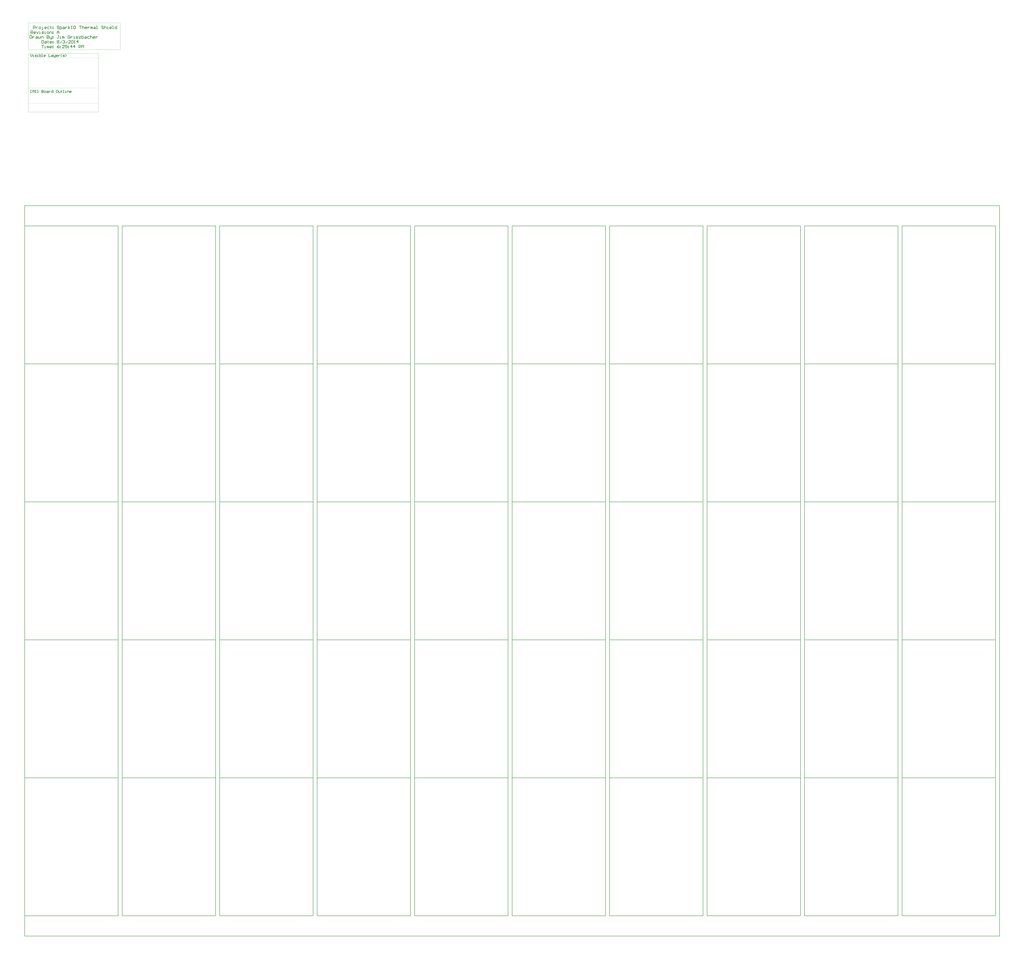
<source format=gm1>
%FSLAX25Y25*%
%MOIN*%
G70*
G01*
G75*
G04 Layer_Color=16711935*
%ADD10C,0.01200*%
G04:AMPARAMS|DCode=11|XSize=37.4mil|YSize=25.59mil|CornerRadius=6.4mil|HoleSize=0mil|Usage=FLASHONLY|Rotation=270.000|XOffset=0mil|YOffset=0mil|HoleType=Round|Shape=RoundedRectangle|*
%AMROUNDEDRECTD11*
21,1,0.03740,0.01280,0,0,270.0*
21,1,0.02461,0.02559,0,0,270.0*
1,1,0.01280,-0.00640,-0.01230*
1,1,0.01280,-0.00640,0.01230*
1,1,0.01280,0.00640,0.01230*
1,1,0.01280,0.00640,-0.01230*
%
%ADD11ROUNDEDRECTD11*%
%ADD12R,0.02559X0.03740*%
%ADD13O,0.02362X0.07480*%
%ADD14R,0.03900X0.04300*%
%ADD15C,0.04000*%
%ADD16R,0.04300X0.03900*%
%ADD17C,0.01500*%
%ADD18C,0.01000*%
%ADD19C,0.02000*%
%ADD20C,0.00394*%
%ADD21R,0.07087X0.07087*%
%ADD22C,0.07087*%
%ADD23C,0.09449*%
%ADD24R,0.07500X0.07500*%
%ADD25C,0.07500*%
%ADD26C,0.08661*%
%ADD27C,0.31496*%
%ADD28C,0.02500*%
%ADD29C,0.00787*%
%ADD30C,0.01575*%
%ADD31C,0.00984*%
%ADD32C,0.00700*%
%ADD33C,0.00800*%
G04:AMPARAMS|DCode=34|XSize=45.4mil|YSize=33.59mil|CornerRadius=10.4mil|HoleSize=0mil|Usage=FLASHONLY|Rotation=270.000|XOffset=0mil|YOffset=0mil|HoleType=Round|Shape=RoundedRectangle|*
%AMROUNDEDRECTD34*
21,1,0.04540,0.01280,0,0,270.0*
21,1,0.02461,0.03359,0,0,270.0*
1,1,0.02080,-0.00640,-0.01230*
1,1,0.02080,-0.00640,0.01230*
1,1,0.02080,0.00640,0.01230*
1,1,0.02080,0.00640,-0.01230*
%
%ADD34ROUNDEDRECTD34*%
%ADD35R,0.03359X0.04540*%
%ADD36O,0.03162X0.08280*%
%ADD37R,0.04700X0.05100*%
%ADD38C,0.08000*%
%ADD39R,0.05100X0.04700*%
%ADD40R,0.07887X0.07887*%
%ADD41C,0.07887*%
%ADD42C,0.10249*%
%ADD43R,0.08300X0.08300*%
%ADD44C,0.08300*%
%ADD45C,0.09461*%
%ADD46C,0.32296*%
%ADD47C,0.03300*%
D10*
X17199Y2078300D02*
X15200D01*
Y2084298D01*
X17199D01*
X20198Y2078300D02*
Y2084298D01*
X22198Y2082299D01*
X24197Y2084298D01*
Y2078300D01*
X26196D02*
X28196D01*
X27196D01*
Y2084298D01*
X26196Y2083298D01*
X31195Y2078300D02*
X33194D01*
Y2084298D01*
X31195D01*
X42191D02*
Y2078300D01*
X45190D01*
X46190Y2079300D01*
Y2080299D01*
X45190Y2081299D01*
X42191D01*
X45190D01*
X46190Y2082299D01*
Y2083298D01*
X45190Y2084298D01*
X42191D01*
X49189Y2078300D02*
X51188D01*
X52188Y2079300D01*
Y2081299D01*
X51188Y2082299D01*
X49189D01*
X48189Y2081299D01*
Y2079300D01*
X49189Y2078300D01*
X55187Y2082299D02*
X57186D01*
X58186Y2081299D01*
Y2078300D01*
X55187D01*
X54187Y2079300D01*
X55187Y2080299D01*
X58186D01*
X60185Y2082299D02*
Y2078300D01*
Y2080299D01*
X61185Y2081299D01*
X62185Y2082299D01*
X63184D01*
X70182Y2084298D02*
Y2078300D01*
X67183D01*
X66184Y2079300D01*
Y2081299D01*
X67183Y2082299D01*
X70182D01*
X81179Y2084298D02*
X79179D01*
X78180Y2083298D01*
Y2079300D01*
X79179Y2078300D01*
X81179D01*
X82178Y2079300D01*
Y2083298D01*
X81179Y2084298D01*
X84178Y2082299D02*
Y2079300D01*
X85177Y2078300D01*
X88176D01*
Y2082299D01*
X91175Y2083298D02*
Y2082299D01*
X90176D01*
X92175D01*
X91175D01*
Y2079300D01*
X92175Y2078300D01*
X95174D02*
X97174D01*
X96174D01*
Y2084298D01*
X95174D01*
X100172Y2078300D02*
X102172D01*
X101172D01*
Y2082299D01*
X100172D01*
X105171Y2078300D02*
Y2082299D01*
X108170D01*
X109170Y2081299D01*
Y2078300D01*
X114168D02*
X112169D01*
X111169Y2079300D01*
Y2081299D01*
X112169Y2082299D01*
X114168D01*
X115168Y2081299D01*
Y2080299D01*
X111169D01*
X14600Y2172878D02*
Y2168879D01*
X16599Y2166879D01*
X18599Y2168879D01*
Y2172878D01*
X20598Y2166879D02*
X22597D01*
X21598D01*
Y2170878D01*
X20598D01*
X25596Y2166879D02*
X28596D01*
X29595Y2167879D01*
X28596Y2168879D01*
X26596D01*
X25596Y2169879D01*
X26596Y2170878D01*
X29595D01*
X31594Y2166879D02*
X33594D01*
X32594D01*
Y2170878D01*
X31594D01*
X36593Y2172878D02*
Y2166879D01*
X39592D01*
X40592Y2167879D01*
Y2168879D01*
Y2169879D01*
X39592Y2170878D01*
X36593D01*
X42591Y2166879D02*
X44590D01*
X43591D01*
Y2172878D01*
X42591D01*
X50588Y2166879D02*
X48589D01*
X47589Y2167879D01*
Y2169879D01*
X48589Y2170878D01*
X50588D01*
X51588Y2169879D01*
Y2168879D01*
X47589D01*
X59585Y2172878D02*
Y2166879D01*
X63584D01*
X66583Y2170878D02*
X68582D01*
X69582Y2169879D01*
Y2166879D01*
X66583D01*
X65583Y2167879D01*
X66583Y2168879D01*
X69582D01*
X71582Y2170878D02*
Y2167879D01*
X72581Y2166879D01*
X75580D01*
Y2165880D01*
X74581Y2164880D01*
X73581D01*
X75580Y2166879D02*
Y2170878D01*
X80579Y2166879D02*
X78579D01*
X77580Y2167879D01*
Y2169879D01*
X78579Y2170878D01*
X80579D01*
X81578Y2169879D01*
Y2168879D01*
X77580D01*
X83578Y2170878D02*
Y2166879D01*
Y2168879D01*
X84577Y2169879D01*
X85577Y2170878D01*
X86577D01*
X91575Y2166879D02*
X89576Y2168879D01*
Y2170878D01*
X91575Y2172878D01*
X94574Y2166879D02*
X97573D01*
X98573Y2167879D01*
X97573Y2168879D01*
X95574D01*
X94574Y2169879D01*
X95574Y2170878D01*
X98573D01*
X100572Y2166879D02*
X102571Y2168879D01*
Y2170878D01*
X100572Y2172878D01*
X21364Y2235431D02*
Y2242428D01*
X24863D01*
X26029Y2241262D01*
Y2238930D01*
X24863Y2237763D01*
X21364D01*
X28362Y2240096D02*
Y2235431D01*
Y2237763D01*
X29528Y2238930D01*
X30694Y2240096D01*
X31861D01*
X36526Y2235431D02*
X38858D01*
X40025Y2236597D01*
Y2238930D01*
X38858Y2240096D01*
X36526D01*
X35359Y2238930D01*
Y2236597D01*
X36526Y2235431D01*
X42357Y2233098D02*
X43523D01*
X44690Y2234264D01*
Y2240096D01*
X52854Y2235431D02*
X50521D01*
X49355Y2236597D01*
Y2238930D01*
X50521Y2240096D01*
X52854D01*
X54020Y2238930D01*
Y2237763D01*
X49355D01*
X61018Y2240096D02*
X57519D01*
X56353Y2238930D01*
Y2236597D01*
X57519Y2235431D01*
X61018D01*
X64517Y2241262D02*
Y2240096D01*
X63350D01*
X65683D01*
X64517D01*
Y2236597D01*
X65683Y2235431D01*
X69182Y2240096D02*
X70348D01*
Y2238930D01*
X69182D01*
Y2240096D01*
Y2236597D02*
X70348D01*
Y2235431D01*
X69182D01*
Y2236597D01*
X15532Y2223620D02*
Y2230617D01*
X19031D01*
X20198Y2229451D01*
Y2227118D01*
X19031Y2225952D01*
X15532D01*
X17865D02*
X20198Y2223620D01*
X26029D02*
X23697D01*
X22530Y2224786D01*
Y2227118D01*
X23697Y2228285D01*
X26029D01*
X27195Y2227118D01*
Y2225952D01*
X22530D01*
X29528Y2228285D02*
X31861Y2223620D01*
X34193Y2228285D01*
X36526Y2223620D02*
X38858D01*
X37692D01*
Y2228285D01*
X36526D01*
X42357Y2223620D02*
X45856D01*
X47022Y2224786D01*
X45856Y2225952D01*
X43523D01*
X42357Y2227118D01*
X43523Y2228285D01*
X47022D01*
X49355Y2223620D02*
X51688D01*
X50521D01*
Y2228285D01*
X49355D01*
X56353Y2223620D02*
X58685D01*
X59851Y2224786D01*
Y2227118D01*
X58685Y2228285D01*
X56353D01*
X55186Y2227118D01*
Y2224786D01*
X56353Y2223620D01*
X62184D02*
Y2228285D01*
X65683D01*
X66849Y2227118D01*
Y2223620D01*
X69182Y2228285D02*
X70348D01*
Y2227118D01*
X69182D01*
Y2228285D01*
Y2224786D02*
X70348D01*
Y2223620D01*
X69182D01*
Y2224786D01*
X13200Y2218806D02*
Y2211809D01*
X16699D01*
X17865Y2212975D01*
Y2217640D01*
X16699Y2218806D01*
X13200D01*
X20198Y2216474D02*
Y2211809D01*
Y2214141D01*
X21364Y2215307D01*
X22530Y2216474D01*
X23697D01*
X28362D02*
X30694D01*
X31861Y2215307D01*
Y2211809D01*
X28362D01*
X27195Y2212975D01*
X28362Y2214141D01*
X31861D01*
X34193Y2216474D02*
Y2212975D01*
X35359Y2211809D01*
X36526Y2212975D01*
X37692Y2211809D01*
X38858Y2212975D01*
Y2216474D01*
X41191Y2211809D02*
Y2216474D01*
X44690D01*
X45856Y2215307D01*
Y2211809D01*
X55186Y2218806D02*
Y2211809D01*
X58685D01*
X59851Y2212975D01*
Y2214141D01*
X58685Y2215307D01*
X55186D01*
X58685D01*
X59851Y2216474D01*
Y2217640D01*
X58685Y2218806D01*
X55186D01*
X62184Y2216474D02*
Y2212975D01*
X63350Y2211809D01*
X66849D01*
Y2210642D01*
X65683Y2209476D01*
X64517D01*
X66849Y2211809D02*
Y2216474D01*
X69182D02*
X70348D01*
Y2215307D01*
X69182D01*
Y2216474D01*
Y2212975D02*
X70348D01*
Y2211809D01*
X69182D01*
Y2212975D01*
X42357Y2206995D02*
Y2199998D01*
X45856D01*
X47022Y2201164D01*
Y2205829D01*
X45856Y2206995D01*
X42357D01*
X50521Y2204663D02*
X52854D01*
X54020Y2203497D01*
Y2199998D01*
X50521D01*
X49355Y2201164D01*
X50521Y2202330D01*
X54020D01*
X57519Y2205829D02*
Y2204663D01*
X56353D01*
X58685D01*
X57519D01*
Y2201164D01*
X58685Y2199998D01*
X65683D02*
X63350D01*
X62184Y2201164D01*
Y2203497D01*
X63350Y2204663D01*
X65683D01*
X66849Y2203497D01*
Y2202330D01*
X62184D01*
X69182Y2204663D02*
X70348D01*
Y2203497D01*
X69182D01*
Y2204663D01*
Y2201164D02*
X70348D01*
Y2199998D01*
X69182D01*
Y2201164D01*
X42357Y2195184D02*
X47022D01*
X44690D01*
Y2188187D01*
X49355D02*
X51688D01*
X50521D01*
Y2192852D01*
X49355D01*
X55186Y2188187D02*
Y2192852D01*
X56353D01*
X57519Y2191685D01*
Y2188187D01*
Y2191685D01*
X58685Y2192852D01*
X59851Y2191685D01*
Y2188187D01*
X65683D02*
X63350D01*
X62184Y2189353D01*
Y2191685D01*
X63350Y2192852D01*
X65683D01*
X66849Y2191685D01*
Y2190519D01*
X62184D01*
X69182Y2192852D02*
X70348D01*
Y2191685D01*
X69182D01*
Y2192852D01*
Y2189353D02*
X70348D01*
Y2188187D01*
X69182D01*
Y2189353D01*
X84794Y2241262D02*
X83628Y2242428D01*
X81295D01*
X80129Y2241262D01*
Y2240096D01*
X81295Y2238930D01*
X83628D01*
X84794Y2237763D01*
Y2236597D01*
X83628Y2235431D01*
X81295D01*
X80129Y2236597D01*
X87127Y2233098D02*
Y2240096D01*
X90626D01*
X91792Y2238930D01*
Y2236597D01*
X90626Y2235431D01*
X87127D01*
X95291Y2240096D02*
X97623D01*
X98790Y2238930D01*
Y2235431D01*
X95291D01*
X94125Y2236597D01*
X95291Y2237763D01*
X98790D01*
X101122Y2240096D02*
Y2235431D01*
Y2237763D01*
X102289Y2238930D01*
X103455Y2240096D01*
X104621D01*
X108120Y2235431D02*
Y2242428D01*
Y2237763D02*
X111619Y2240096D01*
X108120Y2237763D02*
X111619Y2235431D01*
X115118Y2242428D02*
X117450D01*
X116284D01*
Y2235431D01*
X115118D01*
X117450D01*
X124448Y2242428D02*
X122116D01*
X120949Y2241262D01*
Y2236597D01*
X122116Y2235431D01*
X124448D01*
X125614Y2236597D01*
Y2241262D01*
X124448Y2242428D01*
X134945D02*
X139610D01*
X137277D01*
Y2235431D01*
X141943Y2242428D02*
Y2235431D01*
Y2238930D01*
X143109Y2240096D01*
X145441D01*
X146608Y2238930D01*
Y2235431D01*
X152439D02*
X150107D01*
X148940Y2236597D01*
Y2238930D01*
X150107Y2240096D01*
X152439D01*
X153605Y2238930D01*
Y2237763D01*
X148940D01*
X155938Y2240096D02*
Y2235431D01*
Y2237763D01*
X157104Y2238930D01*
X158271Y2240096D01*
X159437D01*
X162936Y2235431D02*
Y2240096D01*
X164102D01*
X165268Y2238930D01*
Y2235431D01*
Y2238930D01*
X166435Y2240096D01*
X167601Y2238930D01*
Y2235431D01*
X171100Y2240096D02*
X173432D01*
X174599Y2238930D01*
Y2235431D01*
X171100D01*
X169933Y2236597D01*
X171100Y2237763D01*
X174599D01*
X176931Y2235431D02*
X179264D01*
X178097D01*
Y2242428D01*
X176931D01*
X194425Y2241262D02*
X193259Y2242428D01*
X190927D01*
X189760Y2241262D01*
Y2240096D01*
X190927Y2238930D01*
X193259D01*
X194425Y2237763D01*
Y2236597D01*
X193259Y2235431D01*
X190927D01*
X189760Y2236597D01*
X196758Y2242428D02*
Y2235431D01*
Y2238930D01*
X197924Y2240096D01*
X200257D01*
X201423Y2238930D01*
Y2235431D01*
X203756D02*
X206088D01*
X204922D01*
Y2240096D01*
X203756D01*
X213086Y2235431D02*
X210754D01*
X209587Y2236597D01*
Y2238930D01*
X210754Y2240096D01*
X213086D01*
X214252Y2238930D01*
Y2237763D01*
X209587D01*
X216585Y2235431D02*
X218918D01*
X217751D01*
Y2242428D01*
X216585D01*
X227082D02*
Y2235431D01*
X223583D01*
X222416Y2236597D01*
Y2238930D01*
X223583Y2240096D01*
X227082D01*
X80129Y2223620D02*
Y2228285D01*
X82462Y2230617D01*
X84794Y2228285D01*
Y2223620D01*
Y2227118D01*
X80129D01*
X84794Y2218806D02*
X82462D01*
X83628D01*
Y2212975D01*
X82462Y2211809D01*
X81295D01*
X80129Y2212975D01*
X87127Y2211809D02*
X89459D01*
X88293D01*
Y2216474D01*
X87127D01*
X92958Y2211809D02*
Y2216474D01*
X94125D01*
X95291Y2215307D01*
Y2211809D01*
Y2215307D01*
X96457Y2216474D01*
X97623Y2215307D01*
Y2211809D01*
X111619Y2217640D02*
X110453Y2218806D01*
X108120D01*
X106954Y2217640D01*
Y2212975D01*
X108120Y2211809D01*
X110453D01*
X111619Y2212975D01*
Y2215307D01*
X109286D01*
X113952Y2216474D02*
Y2211809D01*
Y2214141D01*
X115118Y2215307D01*
X116284Y2216474D01*
X117450D01*
X120949Y2211809D02*
X123282D01*
X122116D01*
Y2216474D01*
X120949D01*
X126781Y2211809D02*
X130280D01*
X131446Y2212975D01*
X130280Y2214141D01*
X127947D01*
X126781Y2215307D01*
X127947Y2216474D01*
X131446D01*
X133778D02*
X138444D01*
X133778Y2211809D01*
X138444D01*
X140776Y2218806D02*
Y2211809D01*
X144275D01*
X145441Y2212975D01*
Y2214141D01*
Y2215307D01*
X144275Y2216474D01*
X140776D01*
X148940D02*
X151273D01*
X152439Y2215307D01*
Y2211809D01*
X148940D01*
X147774Y2212975D01*
X148940Y2214141D01*
X152439D01*
X159437Y2216474D02*
X155938D01*
X154772Y2215307D01*
Y2212975D01*
X155938Y2211809D01*
X159437D01*
X161769Y2218806D02*
Y2211809D01*
Y2215307D01*
X162936Y2216474D01*
X165268D01*
X166435Y2215307D01*
Y2211809D01*
X172266D02*
X169933D01*
X168767Y2212975D01*
Y2215307D01*
X169933Y2216474D01*
X172266D01*
X173432Y2215307D01*
Y2214141D01*
X168767D01*
X175765Y2216474D02*
Y2211809D01*
Y2214141D01*
X176931Y2215307D01*
X178097Y2216474D01*
X179264D01*
X84794Y2195184D02*
X82462Y2194018D01*
X80129Y2191685D01*
Y2189353D01*
X81295Y2188187D01*
X83628D01*
X84794Y2189353D01*
Y2190519D01*
X83628Y2191685D01*
X80129D01*
X87127Y2192852D02*
X88293D01*
Y2191685D01*
X87127D01*
Y2192852D01*
Y2189353D02*
X88293D01*
Y2188187D01*
X87127D01*
Y2189353D01*
X97623Y2188187D02*
X92958D01*
X97623Y2192852D01*
Y2194018D01*
X96457Y2195184D01*
X94125D01*
X92958Y2194018D01*
X104621Y2195184D02*
X99956D01*
Y2191685D01*
X102289Y2192852D01*
X103455D01*
X104621Y2191685D01*
Y2189353D01*
X103455Y2188187D01*
X101122D01*
X99956Y2189353D01*
X106954Y2192852D02*
X108120D01*
Y2191685D01*
X106954D01*
Y2192852D01*
Y2189353D02*
X108120D01*
Y2188187D01*
X106954D01*
Y2189353D01*
X116284Y2188187D02*
Y2195184D01*
X112785Y2191685D01*
X117450D01*
X123282Y2188187D02*
Y2195184D01*
X119783Y2191685D01*
X124448D01*
X133778Y2188187D02*
Y2195184D01*
X137277D01*
X138444Y2194018D01*
Y2191685D01*
X137277Y2190519D01*
X133778D01*
X140776Y2188187D02*
Y2195184D01*
X143109Y2192852D01*
X145441Y2195184D01*
Y2188187D01*
X80129Y2205829D02*
X81295Y2206995D01*
X83628D01*
X84794Y2205829D01*
Y2204663D01*
X83628Y2203497D01*
X84794Y2202330D01*
Y2201164D01*
X83628Y2199998D01*
X81295D01*
X80129Y2201164D01*
Y2202330D01*
X81295Y2203497D01*
X80129Y2204663D01*
Y2205829D01*
X81295Y2203497D02*
X83628D01*
X87127Y2199998D02*
X91792Y2204663D01*
X94125Y2205829D02*
X95291Y2206995D01*
X97623D01*
X98790Y2205829D01*
Y2204663D01*
X97623Y2203497D01*
X96457D01*
X97623D01*
X98790Y2202330D01*
Y2201164D01*
X97623Y2199998D01*
X95291D01*
X94125Y2201164D01*
X101122Y2199998D02*
X105788Y2204663D01*
X112785Y2199998D02*
X108120D01*
X112785Y2204663D01*
Y2205829D01*
X111619Y2206995D01*
X109286D01*
X108120Y2205829D01*
X115118D02*
X116284Y2206995D01*
X118617D01*
X119783Y2205829D01*
Y2201164D01*
X118617Y2199998D01*
X116284D01*
X115118Y2201164D01*
Y2205829D01*
X122116Y2199998D02*
X124448D01*
X123282D01*
Y2206995D01*
X122116Y2205829D01*
X131446Y2199998D02*
Y2206995D01*
X127947Y2203497D01*
X132612D01*
X17199Y2078300D02*
X15200D01*
Y2084298D01*
X17199D01*
X20198Y2078300D02*
Y2084298D01*
X22198Y2082299D01*
X24197Y2084298D01*
Y2078300D01*
X26196D02*
X28196D01*
X27196D01*
Y2084298D01*
X26196Y2083298D01*
X31195Y2078300D02*
X33194D01*
Y2084298D01*
X31195D01*
X42191D02*
Y2078300D01*
X45190D01*
X46190Y2079300D01*
Y2080299D01*
X45190Y2081299D01*
X42191D01*
X45190D01*
X46190Y2082299D01*
Y2083298D01*
X45190Y2084298D01*
X42191D01*
X49189Y2078300D02*
X51188D01*
X52188Y2079300D01*
Y2081299D01*
X51188Y2082299D01*
X49189D01*
X48189Y2081299D01*
Y2079300D01*
X49189Y2078300D01*
X55187Y2082299D02*
X57186D01*
X58186Y2081299D01*
Y2078300D01*
X55187D01*
X54187Y2079300D01*
X55187Y2080299D01*
X58186D01*
X60185Y2082299D02*
Y2078300D01*
Y2080299D01*
X61185Y2081299D01*
X62185Y2082299D01*
X63184D01*
X70182Y2084298D02*
Y2078300D01*
X67183D01*
X66184Y2079300D01*
Y2081299D01*
X67183Y2082299D01*
X70182D01*
X81179Y2084298D02*
X79179D01*
X78180Y2083298D01*
Y2079300D01*
X79179Y2078300D01*
X81179D01*
X82178Y2079300D01*
Y2083298D01*
X81179Y2084298D01*
X84178Y2082299D02*
Y2079300D01*
X85177Y2078300D01*
X88176D01*
Y2082299D01*
X91175Y2083298D02*
Y2082299D01*
X90176D01*
X92175D01*
X91175D01*
Y2079300D01*
X92175Y2078300D01*
X95174D02*
X97174D01*
X96174D01*
Y2084298D01*
X95174D01*
X100172Y2078300D02*
X102172D01*
X101172D01*
Y2082299D01*
X100172D01*
X105171Y2078300D02*
Y2082299D01*
X108170D01*
X109170Y2081299D01*
Y2078300D01*
X114168D02*
X112169D01*
X111169Y2079300D01*
Y2081299D01*
X112169Y2082299D01*
X114168D01*
X115168Y2081299D01*
Y2080299D01*
X111169D01*
X14600Y2172878D02*
Y2168879D01*
X16599Y2166879D01*
X18599Y2168879D01*
Y2172878D01*
X20598Y2166879D02*
X22597D01*
X21598D01*
Y2170878D01*
X20598D01*
X25596Y2166879D02*
X28596D01*
X29595Y2167879D01*
X28596Y2168879D01*
X26596D01*
X25596Y2169879D01*
X26596Y2170878D01*
X29595D01*
X31594Y2166879D02*
X33594D01*
X32594D01*
Y2170878D01*
X31594D01*
X36593Y2172878D02*
Y2166879D01*
X39592D01*
X40592Y2167879D01*
Y2168879D01*
Y2169879D01*
X39592Y2170878D01*
X36593D01*
X42591Y2166879D02*
X44590D01*
X43591D01*
Y2172878D01*
X42591D01*
X50588Y2166879D02*
X48589D01*
X47589Y2167879D01*
Y2169879D01*
X48589Y2170878D01*
X50588D01*
X51588Y2169879D01*
Y2168879D01*
X47589D01*
X59585Y2172878D02*
Y2166879D01*
X63584D01*
X66583Y2170878D02*
X68582D01*
X69582Y2169879D01*
Y2166879D01*
X66583D01*
X65583Y2167879D01*
X66583Y2168879D01*
X69582D01*
X71582Y2170878D02*
Y2167879D01*
X72581Y2166879D01*
X75580D01*
Y2165880D01*
X74581Y2164880D01*
X73581D01*
X75580Y2166879D02*
Y2170878D01*
X80579Y2166879D02*
X78579D01*
X77580Y2167879D01*
Y2169879D01*
X78579Y2170878D01*
X80579D01*
X81578Y2169879D01*
Y2168879D01*
X77580D01*
X83578Y2170878D02*
Y2166879D01*
Y2168879D01*
X84577Y2169879D01*
X85577Y2170878D01*
X86577D01*
X91575Y2166879D02*
X89576Y2168879D01*
Y2170878D01*
X91575Y2172878D01*
X94574Y2166879D02*
X97573D01*
X98573Y2167879D01*
X97573Y2168879D01*
X95574D01*
X94574Y2169879D01*
X95574Y2170878D01*
X98573D01*
X100572Y2166879D02*
X102571Y2168879D01*
Y2170878D01*
X100572Y2172878D01*
X21364Y2235431D02*
Y2242428D01*
X24863D01*
X26029Y2241262D01*
Y2238930D01*
X24863Y2237763D01*
X21364D01*
X28362Y2240096D02*
Y2235431D01*
Y2237763D01*
X29528Y2238930D01*
X30694Y2240096D01*
X31861D01*
X36526Y2235431D02*
X38858D01*
X40025Y2236597D01*
Y2238930D01*
X38858Y2240096D01*
X36526D01*
X35359Y2238930D01*
Y2236597D01*
X36526Y2235431D01*
X42357Y2233098D02*
X43523D01*
X44690Y2234264D01*
Y2240096D01*
X52854Y2235431D02*
X50521D01*
X49355Y2236597D01*
Y2238930D01*
X50521Y2240096D01*
X52854D01*
X54020Y2238930D01*
Y2237763D01*
X49355D01*
X61018Y2240096D02*
X57519D01*
X56353Y2238930D01*
Y2236597D01*
X57519Y2235431D01*
X61018D01*
X64517Y2241262D02*
Y2240096D01*
X63350D01*
X65683D01*
X64517D01*
Y2236597D01*
X65683Y2235431D01*
X69182Y2240096D02*
X70348D01*
Y2238930D01*
X69182D01*
Y2240096D01*
Y2236597D02*
X70348D01*
Y2235431D01*
X69182D01*
Y2236597D01*
X15532Y2223620D02*
Y2230617D01*
X19031D01*
X20198Y2229451D01*
Y2227118D01*
X19031Y2225952D01*
X15532D01*
X17865D02*
X20198Y2223620D01*
X26029D02*
X23697D01*
X22530Y2224786D01*
Y2227118D01*
X23697Y2228285D01*
X26029D01*
X27195Y2227118D01*
Y2225952D01*
X22530D01*
X29528Y2228285D02*
X31861Y2223620D01*
X34193Y2228285D01*
X36526Y2223620D02*
X38858D01*
X37692D01*
Y2228285D01*
X36526D01*
X42357Y2223620D02*
X45856D01*
X47022Y2224786D01*
X45856Y2225952D01*
X43523D01*
X42357Y2227118D01*
X43523Y2228285D01*
X47022D01*
X49355Y2223620D02*
X51688D01*
X50521D01*
Y2228285D01*
X49355D01*
X56353Y2223620D02*
X58685D01*
X59851Y2224786D01*
Y2227118D01*
X58685Y2228285D01*
X56353D01*
X55186Y2227118D01*
Y2224786D01*
X56353Y2223620D01*
X62184D02*
Y2228285D01*
X65683D01*
X66849Y2227118D01*
Y2223620D01*
X69182Y2228285D02*
X70348D01*
Y2227118D01*
X69182D01*
Y2228285D01*
Y2224786D02*
X70348D01*
Y2223620D01*
X69182D01*
Y2224786D01*
X13200Y2218806D02*
Y2211809D01*
X16699D01*
X17865Y2212975D01*
Y2217640D01*
X16699Y2218806D01*
X13200D01*
X20198Y2216474D02*
Y2211809D01*
Y2214141D01*
X21364Y2215307D01*
X22530Y2216474D01*
X23697D01*
X28362D02*
X30694D01*
X31861Y2215307D01*
Y2211809D01*
X28362D01*
X27195Y2212975D01*
X28362Y2214141D01*
X31861D01*
X34193Y2216474D02*
Y2212975D01*
X35359Y2211809D01*
X36526Y2212975D01*
X37692Y2211809D01*
X38858Y2212975D01*
Y2216474D01*
X41191Y2211809D02*
Y2216474D01*
X44690D01*
X45856Y2215307D01*
Y2211809D01*
X55186Y2218806D02*
Y2211809D01*
X58685D01*
X59851Y2212975D01*
Y2214141D01*
X58685Y2215307D01*
X55186D01*
X58685D01*
X59851Y2216474D01*
Y2217640D01*
X58685Y2218806D01*
X55186D01*
X62184Y2216474D02*
Y2212975D01*
X63350Y2211809D01*
X66849D01*
Y2210642D01*
X65683Y2209476D01*
X64517D01*
X66849Y2211809D02*
Y2216474D01*
X69182D02*
X70348D01*
Y2215307D01*
X69182D01*
Y2216474D01*
Y2212975D02*
X70348D01*
Y2211809D01*
X69182D01*
Y2212975D01*
X42357Y2206995D02*
Y2199998D01*
X45856D01*
X47022Y2201164D01*
Y2205829D01*
X45856Y2206995D01*
X42357D01*
X50521Y2204663D02*
X52854D01*
X54020Y2203497D01*
Y2199998D01*
X50521D01*
X49355Y2201164D01*
X50521Y2202330D01*
X54020D01*
X57519Y2205829D02*
Y2204663D01*
X56353D01*
X58685D01*
X57519D01*
Y2201164D01*
X58685Y2199998D01*
X65683D02*
X63350D01*
X62184Y2201164D01*
Y2203497D01*
X63350Y2204663D01*
X65683D01*
X66849Y2203497D01*
Y2202330D01*
X62184D01*
X69182Y2204663D02*
X70348D01*
Y2203497D01*
X69182D01*
Y2204663D01*
Y2201164D02*
X70348D01*
Y2199998D01*
X69182D01*
Y2201164D01*
X42357Y2195184D02*
X47022D01*
X44690D01*
Y2188187D01*
X49355D02*
X51688D01*
X50521D01*
Y2192852D01*
X49355D01*
X55186Y2188187D02*
Y2192852D01*
X56353D01*
X57519Y2191685D01*
Y2188187D01*
Y2191685D01*
X58685Y2192852D01*
X59851Y2191685D01*
Y2188187D01*
X65683D02*
X63350D01*
X62184Y2189353D01*
Y2191685D01*
X63350Y2192852D01*
X65683D01*
X66849Y2191685D01*
Y2190519D01*
X62184D01*
X69182Y2192852D02*
X70348D01*
Y2191685D01*
X69182D01*
Y2192852D01*
Y2189353D02*
X70348D01*
Y2188187D01*
X69182D01*
Y2189353D01*
X84794Y2241262D02*
X83628Y2242428D01*
X81295D01*
X80129Y2241262D01*
Y2240096D01*
X81295Y2238930D01*
X83628D01*
X84794Y2237763D01*
Y2236597D01*
X83628Y2235431D01*
X81295D01*
X80129Y2236597D01*
X87127Y2233098D02*
Y2240096D01*
X90626D01*
X91792Y2238930D01*
Y2236597D01*
X90626Y2235431D01*
X87127D01*
X95291Y2240096D02*
X97623D01*
X98790Y2238930D01*
Y2235431D01*
X95291D01*
X94125Y2236597D01*
X95291Y2237763D01*
X98790D01*
X101122Y2240096D02*
Y2235431D01*
Y2237763D01*
X102289Y2238930D01*
X103455Y2240096D01*
X104621D01*
X108120Y2235431D02*
Y2242428D01*
Y2237763D02*
X111619Y2240096D01*
X108120Y2237763D02*
X111619Y2235431D01*
X115118Y2242428D02*
X117450D01*
X116284D01*
Y2235431D01*
X115118D01*
X117450D01*
X124448Y2242428D02*
X122116D01*
X120949Y2241262D01*
Y2236597D01*
X122116Y2235431D01*
X124448D01*
X125614Y2236597D01*
Y2241262D01*
X124448Y2242428D01*
X134945D02*
X139610D01*
X137277D01*
Y2235431D01*
X141943Y2242428D02*
Y2235431D01*
Y2238930D01*
X143109Y2240096D01*
X145441D01*
X146608Y2238930D01*
Y2235431D01*
X152439D02*
X150107D01*
X148940Y2236597D01*
Y2238930D01*
X150107Y2240096D01*
X152439D01*
X153605Y2238930D01*
Y2237763D01*
X148940D01*
X155938Y2240096D02*
Y2235431D01*
Y2237763D01*
X157104Y2238930D01*
X158271Y2240096D01*
X159437D01*
X162936Y2235431D02*
Y2240096D01*
X164102D01*
X165268Y2238930D01*
Y2235431D01*
Y2238930D01*
X166435Y2240096D01*
X167601Y2238930D01*
Y2235431D01*
X171100Y2240096D02*
X173432D01*
X174599Y2238930D01*
Y2235431D01*
X171100D01*
X169933Y2236597D01*
X171100Y2237763D01*
X174599D01*
X176931Y2235431D02*
X179264D01*
X178097D01*
Y2242428D01*
X176931D01*
X194425Y2241262D02*
X193259Y2242428D01*
X190927D01*
X189760Y2241262D01*
Y2240096D01*
X190927Y2238930D01*
X193259D01*
X194425Y2237763D01*
Y2236597D01*
X193259Y2235431D01*
X190927D01*
X189760Y2236597D01*
X196758Y2242428D02*
Y2235431D01*
Y2238930D01*
X197924Y2240096D01*
X200257D01*
X201423Y2238930D01*
Y2235431D01*
X203756D02*
X206088D01*
X204922D01*
Y2240096D01*
X203756D01*
X213086Y2235431D02*
X210754D01*
X209587Y2236597D01*
Y2238930D01*
X210754Y2240096D01*
X213086D01*
X214252Y2238930D01*
Y2237763D01*
X209587D01*
X216585Y2235431D02*
X218918D01*
X217751D01*
Y2242428D01*
X216585D01*
X227082D02*
Y2235431D01*
X223583D01*
X222416Y2236597D01*
Y2238930D01*
X223583Y2240096D01*
X227082D01*
X80129Y2223620D02*
Y2228285D01*
X82462Y2230617D01*
X84794Y2228285D01*
Y2223620D01*
Y2227118D01*
X80129D01*
X84794Y2218806D02*
X82462D01*
X83628D01*
Y2212975D01*
X82462Y2211809D01*
X81295D01*
X80129Y2212975D01*
X87127Y2211809D02*
X89459D01*
X88293D01*
Y2216474D01*
X87127D01*
X92958Y2211809D02*
Y2216474D01*
X94125D01*
X95291Y2215307D01*
Y2211809D01*
Y2215307D01*
X96457Y2216474D01*
X97623Y2215307D01*
Y2211809D01*
X111619Y2217640D02*
X110453Y2218806D01*
X108120D01*
X106954Y2217640D01*
Y2212975D01*
X108120Y2211809D01*
X110453D01*
X111619Y2212975D01*
Y2215307D01*
X109286D01*
X113952Y2216474D02*
Y2211809D01*
Y2214141D01*
X115118Y2215307D01*
X116284Y2216474D01*
X117450D01*
X120949Y2211809D02*
X123282D01*
X122116D01*
Y2216474D01*
X120949D01*
X126781Y2211809D02*
X130280D01*
X131446Y2212975D01*
X130280Y2214141D01*
X127947D01*
X126781Y2215307D01*
X127947Y2216474D01*
X131446D01*
X133778D02*
X138444D01*
X133778Y2211809D01*
X138444D01*
X140776Y2218806D02*
Y2211809D01*
X144275D01*
X145441Y2212975D01*
Y2214141D01*
Y2215307D01*
X144275Y2216474D01*
X140776D01*
X148940D02*
X151273D01*
X152439Y2215307D01*
Y2211809D01*
X148940D01*
X147774Y2212975D01*
X148940Y2214141D01*
X152439D01*
X159437Y2216474D02*
X155938D01*
X154772Y2215307D01*
Y2212975D01*
X155938Y2211809D01*
X159437D01*
X161769Y2218806D02*
Y2211809D01*
Y2215307D01*
X162936Y2216474D01*
X165268D01*
X166435Y2215307D01*
Y2211809D01*
X172266D02*
X169933D01*
X168767Y2212975D01*
Y2215307D01*
X169933Y2216474D01*
X172266D01*
X173432Y2215307D01*
Y2214141D01*
X168767D01*
X175765Y2216474D02*
Y2211809D01*
Y2214141D01*
X176931Y2215307D01*
X178097Y2216474D01*
X179264D01*
X84794Y2195184D02*
X82462Y2194018D01*
X80129Y2191685D01*
Y2189353D01*
X81295Y2188187D01*
X83628D01*
X84794Y2189353D01*
Y2190519D01*
X83628Y2191685D01*
X80129D01*
X87127Y2192852D02*
X88293D01*
Y2191685D01*
X87127D01*
Y2192852D01*
Y2189353D02*
X88293D01*
Y2188187D01*
X87127D01*
Y2189353D01*
X97623Y2188187D02*
X92958D01*
X97623Y2192852D01*
Y2194018D01*
X96457Y2195184D01*
X94125D01*
X92958Y2194018D01*
X104621Y2195184D02*
X99956D01*
Y2191685D01*
X102289Y2192852D01*
X103455D01*
X104621Y2191685D01*
Y2189353D01*
X103455Y2188187D01*
X101122D01*
X99956Y2189353D01*
X106954Y2192852D02*
X108120D01*
Y2191685D01*
X106954D01*
Y2192852D01*
Y2189353D02*
X108120D01*
Y2188187D01*
X106954D01*
Y2189353D01*
X116284Y2188187D02*
Y2195184D01*
X112785Y2191685D01*
X117450D01*
X123282Y2188187D02*
Y2195184D01*
X119783Y2191685D01*
X124448D01*
X133778Y2188187D02*
Y2195184D01*
X137277D01*
X138444Y2194018D01*
Y2191685D01*
X137277Y2190519D01*
X133778D01*
X140776Y2188187D02*
Y2195184D01*
X143109Y2192852D01*
X145441Y2195184D01*
Y2188187D01*
X80129Y2205829D02*
X81295Y2206995D01*
X83628D01*
X84794Y2205829D01*
Y2204663D01*
X83628Y2203497D01*
X84794Y2202330D01*
Y2201164D01*
X83628Y2199998D01*
X81295D01*
X80129Y2201164D01*
Y2202330D01*
X81295Y2203497D01*
X80129Y2204663D01*
Y2205829D01*
X81295Y2203497D02*
X83628D01*
X87127Y2199998D02*
X91792Y2204663D01*
X94125Y2205829D02*
X95291Y2206995D01*
X97623D01*
X98790Y2205829D01*
Y2204663D01*
X97623Y2203497D01*
X96457D01*
X97623D01*
X98790Y2202330D01*
Y2201164D01*
X97623Y2199998D01*
X95291D01*
X94125Y2201164D01*
X101122Y2199998D02*
X105788Y2204663D01*
X112785Y2199998D02*
X108120D01*
X112785Y2204663D01*
Y2205829D01*
X111619Y2206995D01*
X109286D01*
X108120Y2205829D01*
X115118D02*
X116284Y2206995D01*
X118617D01*
X119783Y2205829D01*
Y2201164D01*
X118617Y2199998D01*
X116284D01*
X115118Y2201164D01*
Y2205829D01*
X122116Y2199998D02*
X124448D01*
X123282D01*
Y2206995D01*
X122116Y2205829D01*
X131446Y2199998D02*
Y2206995D01*
X127947Y2203497D01*
X132612D01*
D18*
X0Y0D02*
Y1800000D01*
Y0D02*
X2400000D01*
X0Y1800000D02*
X2400000D01*
Y0D02*
Y1800000D01*
X0Y50000D02*
X230000D01*
Y50500D02*
Y390000D01*
X0D02*
X230000D01*
X0Y50000D02*
Y390000D01*
X240000Y50000D02*
X470000D01*
Y50500D02*
Y390000D01*
X240000D02*
X470000D01*
X240000Y50000D02*
Y390000D01*
X480000Y50000D02*
X710000D01*
Y50500D02*
Y390000D01*
X480000D02*
X710000D01*
X480000Y50000D02*
Y390000D01*
X720000Y50000D02*
X950000D01*
Y50500D02*
Y390000D01*
X720000D02*
X950000D01*
X720000Y50000D02*
Y390000D01*
X960000Y50000D02*
X1190000D01*
Y50500D02*
Y390000D01*
X960000D02*
X1190000D01*
X960000Y50000D02*
Y390000D01*
X1200000Y50000D02*
X1430000D01*
Y50500D02*
Y390000D01*
X1200000D02*
X1430000D01*
X1200000Y50000D02*
Y390000D01*
X1440000Y50000D02*
X1670000D01*
Y50500D02*
Y390000D01*
X1440000D02*
X1670000D01*
X1440000Y50000D02*
Y390000D01*
X1680000Y50000D02*
X1910000D01*
Y50500D02*
Y390000D01*
X1680000D02*
X1910000D01*
X1680000Y50000D02*
Y390000D01*
X1920000Y50000D02*
X2150000D01*
Y50500D02*
Y390000D01*
X1920000D02*
X2150000D01*
X1920000Y50000D02*
Y390000D01*
X2160000Y50000D02*
X2390000D01*
Y50500D02*
Y390000D01*
X2160000D02*
X2390000D01*
X2160000Y50000D02*
Y390000D01*
X0D02*
X230000D01*
Y390500D02*
Y730000D01*
X0D02*
X230000D01*
X0Y390000D02*
Y730000D01*
X240000Y390000D02*
X470000D01*
Y390500D02*
Y730000D01*
X240000D02*
X470000D01*
X240000Y390000D02*
Y730000D01*
X480000Y390000D02*
X710000D01*
Y390500D02*
Y730000D01*
X480000D02*
X710000D01*
X480000Y390000D02*
Y730000D01*
X720000Y390000D02*
X950000D01*
Y390500D02*
Y730000D01*
X720000D02*
X950000D01*
X720000Y390000D02*
Y730000D01*
X960000Y390000D02*
X1190000D01*
Y390500D02*
Y730000D01*
X960000D02*
X1190000D01*
X960000Y390000D02*
Y730000D01*
X1200000Y390000D02*
X1430000D01*
Y390500D02*
Y730000D01*
X1200000D02*
X1430000D01*
X1200000Y390000D02*
Y730000D01*
X1440000Y390000D02*
X1670000D01*
Y390500D02*
Y730000D01*
X1440000D02*
X1670000D01*
X1440000Y390000D02*
Y730000D01*
X1680000Y390000D02*
X1910000D01*
Y390500D02*
Y730000D01*
X1680000D02*
X1910000D01*
X1680000Y390000D02*
Y730000D01*
X1920000Y390000D02*
X2150000D01*
Y390500D02*
Y730000D01*
X1920000D02*
X2150000D01*
X1920000Y390000D02*
Y730000D01*
X2160000Y390000D02*
X2390000D01*
Y390500D02*
Y730000D01*
X2160000D02*
X2390000D01*
X2160000Y390000D02*
Y730000D01*
X0D02*
X230000D01*
Y730500D02*
Y1070000D01*
X0D02*
X230000D01*
X0Y730000D02*
Y1070000D01*
X240000Y730000D02*
X470000D01*
Y730500D02*
Y1070000D01*
X240000D02*
X470000D01*
X240000Y730000D02*
Y1070000D01*
X480000Y730000D02*
X710000D01*
Y730500D02*
Y1070000D01*
X480000D02*
X710000D01*
X480000Y730000D02*
Y1070000D01*
X720000Y730000D02*
X950000D01*
Y730500D02*
Y1070000D01*
X720000D02*
X950000D01*
X720000Y730000D02*
Y1070000D01*
X960000Y730000D02*
X1190000D01*
Y730500D02*
Y1070000D01*
X960000D02*
X1190000D01*
X960000Y730000D02*
Y1070000D01*
X1200000Y730000D02*
X1430000D01*
Y730500D02*
Y1070000D01*
X1200000D02*
X1430000D01*
X1200000Y730000D02*
Y1070000D01*
X1440000Y730000D02*
X1670000D01*
Y730500D02*
Y1070000D01*
X1440000D02*
X1670000D01*
X1440000Y730000D02*
Y1070000D01*
X1680000Y730000D02*
X1910000D01*
Y730500D02*
Y1070000D01*
X1680000D02*
X1910000D01*
X1680000Y730000D02*
Y1070000D01*
X1920000Y730000D02*
X2150000D01*
Y730500D02*
Y1070000D01*
X1920000D02*
X2150000D01*
X1920000Y730000D02*
Y1070000D01*
X2160000Y730000D02*
X2390000D01*
Y730500D02*
Y1070000D01*
X2160000D02*
X2390000D01*
X2160000Y730000D02*
Y1070000D01*
X0D02*
X230000D01*
Y1070500D02*
Y1410000D01*
X0D02*
X230000D01*
X0Y1070000D02*
Y1410000D01*
X240000Y1070000D02*
X470000D01*
Y1070500D02*
Y1410000D01*
X240000D02*
X470000D01*
X240000Y1070000D02*
Y1410000D01*
X480000Y1070000D02*
X710000D01*
Y1070500D02*
Y1410000D01*
X480000D02*
X710000D01*
X480000Y1070000D02*
Y1410000D01*
X720000Y1070000D02*
X950000D01*
Y1070500D02*
Y1410000D01*
X720000D02*
X950000D01*
X720000Y1070000D02*
Y1410000D01*
X960000Y1070000D02*
X1190000D01*
Y1070500D02*
Y1410000D01*
X960000D02*
X1190000D01*
X960000Y1070000D02*
Y1410000D01*
X1200000Y1070000D02*
X1430000D01*
Y1070500D02*
Y1410000D01*
X1200000D02*
X1430000D01*
X1200000Y1070000D02*
Y1410000D01*
X1440000Y1070000D02*
X1670000D01*
Y1070500D02*
Y1410000D01*
X1440000D02*
X1670000D01*
X1440000Y1070000D02*
Y1410000D01*
X1680000Y1070000D02*
X1910000D01*
Y1070500D02*
Y1410000D01*
X1680000D02*
X1910000D01*
X1680000Y1070000D02*
Y1410000D01*
X1920000Y1070000D02*
X2150000D01*
Y1070500D02*
Y1410000D01*
X1920000D02*
X2150000D01*
X1920000Y1070000D02*
Y1410000D01*
X2160000Y1070000D02*
X2390000D01*
Y1070500D02*
Y1410000D01*
X2160000D02*
X2390000D01*
X2160000Y1070000D02*
Y1410000D01*
X0D02*
X230000D01*
Y1410500D02*
Y1750000D01*
X0D02*
X230000D01*
X0Y1410000D02*
Y1750000D01*
X240000Y1410000D02*
X470000D01*
Y1410500D02*
Y1750000D01*
X240000D02*
X470000D01*
X240000Y1410000D02*
Y1750000D01*
X480000Y1410000D02*
X710000D01*
Y1410500D02*
Y1750000D01*
X480000D02*
X710000D01*
X480000Y1410000D02*
Y1750000D01*
X720000Y1410000D02*
X950000D01*
Y1410500D02*
Y1750000D01*
X720000D02*
X950000D01*
X720000Y1410000D02*
Y1750000D01*
X960000Y1410000D02*
X1190000D01*
Y1410500D02*
Y1750000D01*
X960000D02*
X1190000D01*
X960000Y1410000D02*
Y1750000D01*
X1200000Y1410000D02*
X1430000D01*
Y1410500D02*
Y1750000D01*
X1200000D02*
X1430000D01*
X1200000Y1410000D02*
Y1750000D01*
X1440000Y1410000D02*
X1670000D01*
Y1410500D02*
Y1750000D01*
X1440000D02*
X1670000D01*
X1440000Y1410000D02*
Y1750000D01*
X1680000Y1410000D02*
X1910000D01*
Y1410500D02*
Y1750000D01*
X1680000D02*
X1910000D01*
X1680000Y1410000D02*
Y1750000D01*
X1920000Y1410000D02*
X2150000D01*
Y1410500D02*
Y1750000D01*
X1920000D02*
X2150000D01*
X1920000Y1410000D02*
Y1750000D01*
X2160000Y1410000D02*
X2390000D01*
Y1410500D02*
Y1750000D01*
X2160000D02*
X2390000D01*
X2160000Y1410000D02*
Y1750000D01*
X0Y0D02*
Y1800000D01*
Y0D02*
X2400000D01*
X0Y1800000D02*
X2400000D01*
Y0D02*
Y1800000D01*
X0Y50000D02*
X230000D01*
Y50500D02*
Y390000D01*
X0D02*
X230000D01*
X0Y50000D02*
Y390000D01*
X240000Y50000D02*
X470000D01*
Y50500D02*
Y390000D01*
X240000D02*
X470000D01*
X240000Y50000D02*
Y390000D01*
X480000Y50000D02*
X710000D01*
Y50500D02*
Y390000D01*
X480000D02*
X710000D01*
X480000Y50000D02*
Y390000D01*
X720000Y50000D02*
X950000D01*
Y50500D02*
Y390000D01*
X720000D02*
X950000D01*
X720000Y50000D02*
Y390000D01*
X960000Y50000D02*
X1190000D01*
Y50500D02*
Y390000D01*
X960000D02*
X1190000D01*
X960000Y50000D02*
Y390000D01*
X1200000Y50000D02*
X1430000D01*
Y50500D02*
Y390000D01*
X1200000D02*
X1430000D01*
X1200000Y50000D02*
Y390000D01*
X1440000Y50000D02*
X1670000D01*
Y50500D02*
Y390000D01*
X1440000D02*
X1670000D01*
X1440000Y50000D02*
Y390000D01*
X1680000Y50000D02*
X1910000D01*
Y50500D02*
Y390000D01*
X1680000D02*
X1910000D01*
X1680000Y50000D02*
Y390000D01*
X1920000Y50000D02*
X2150000D01*
Y50500D02*
Y390000D01*
X1920000D02*
X2150000D01*
X1920000Y50000D02*
Y390000D01*
X2160000Y50000D02*
X2390000D01*
Y50500D02*
Y390000D01*
X2160000D02*
X2390000D01*
X2160000Y50000D02*
Y390000D01*
X0D02*
X230000D01*
Y390500D02*
Y730000D01*
X0D02*
X230000D01*
X0Y390000D02*
Y730000D01*
X240000Y390000D02*
X470000D01*
Y390500D02*
Y730000D01*
X240000D02*
X470000D01*
X240000Y390000D02*
Y730000D01*
X480000Y390000D02*
X710000D01*
Y390500D02*
Y730000D01*
X480000D02*
X710000D01*
X480000Y390000D02*
Y730000D01*
X720000Y390000D02*
X950000D01*
Y390500D02*
Y730000D01*
X720000D02*
X950000D01*
X720000Y390000D02*
Y730000D01*
X960000Y390000D02*
X1190000D01*
Y390500D02*
Y730000D01*
X960000D02*
X1190000D01*
X960000Y390000D02*
Y730000D01*
X1200000Y390000D02*
X1430000D01*
Y390500D02*
Y730000D01*
X1200000D02*
X1430000D01*
X1200000Y390000D02*
Y730000D01*
X1440000Y390000D02*
X1670000D01*
Y390500D02*
Y730000D01*
X1440000D02*
X1670000D01*
X1440000Y390000D02*
Y730000D01*
X1680000Y390000D02*
X1910000D01*
Y390500D02*
Y730000D01*
X1680000D02*
X1910000D01*
X1680000Y390000D02*
Y730000D01*
X1920000Y390000D02*
X2150000D01*
Y390500D02*
Y730000D01*
X1920000D02*
X2150000D01*
X1920000Y390000D02*
Y730000D01*
X2160000Y390000D02*
X2390000D01*
Y390500D02*
Y730000D01*
X2160000D02*
X2390000D01*
X2160000Y390000D02*
Y730000D01*
X0D02*
X230000D01*
Y730500D02*
Y1070000D01*
X0D02*
X230000D01*
X0Y730000D02*
Y1070000D01*
X240000Y730000D02*
X470000D01*
Y730500D02*
Y1070000D01*
X240000D02*
X470000D01*
X240000Y730000D02*
Y1070000D01*
X480000Y730000D02*
X710000D01*
Y730500D02*
Y1070000D01*
X480000D02*
X710000D01*
X480000Y730000D02*
Y1070000D01*
X720000Y730000D02*
X950000D01*
Y730500D02*
Y1070000D01*
X720000D02*
X950000D01*
X720000Y730000D02*
Y1070000D01*
X960000Y730000D02*
X1190000D01*
Y730500D02*
Y1070000D01*
X960000D02*
X1190000D01*
X960000Y730000D02*
Y1070000D01*
X1200000Y730000D02*
X1430000D01*
Y730500D02*
Y1070000D01*
X1200000D02*
X1430000D01*
X1200000Y730000D02*
Y1070000D01*
X1440000Y730000D02*
X1670000D01*
Y730500D02*
Y1070000D01*
X1440000D02*
X1670000D01*
X1440000Y730000D02*
Y1070000D01*
X1680000Y730000D02*
X1910000D01*
Y730500D02*
Y1070000D01*
X1680000D02*
X1910000D01*
X1680000Y730000D02*
Y1070000D01*
X1920000Y730000D02*
X2150000D01*
Y730500D02*
Y1070000D01*
X1920000D02*
X2150000D01*
X1920000Y730000D02*
Y1070000D01*
X2160000Y730000D02*
X2390000D01*
Y730500D02*
Y1070000D01*
X2160000D02*
X2390000D01*
X2160000Y730000D02*
Y1070000D01*
X0D02*
X230000D01*
Y1070500D02*
Y1410000D01*
X0D02*
X230000D01*
X0Y1070000D02*
Y1410000D01*
X240000Y1070000D02*
X470000D01*
Y1070500D02*
Y1410000D01*
X240000D02*
X470000D01*
X240000Y1070000D02*
Y1410000D01*
X480000Y1070000D02*
X710000D01*
Y1070500D02*
Y1410000D01*
X480000D02*
X710000D01*
X480000Y1070000D02*
Y1410000D01*
X720000Y1070000D02*
X950000D01*
Y1070500D02*
Y1410000D01*
X720000D02*
X950000D01*
X720000Y1070000D02*
Y1410000D01*
X960000Y1070000D02*
X1190000D01*
Y1070500D02*
Y1410000D01*
X960000D02*
X1190000D01*
X960000Y1070000D02*
Y1410000D01*
X1200000Y1070000D02*
X1430000D01*
Y1070500D02*
Y1410000D01*
X1200000D02*
X1430000D01*
X1200000Y1070000D02*
Y1410000D01*
X1440000Y1070000D02*
X1670000D01*
Y1070500D02*
Y1410000D01*
X1440000D02*
X1670000D01*
X1440000Y1070000D02*
Y1410000D01*
X1680000Y1070000D02*
X1910000D01*
Y1070500D02*
Y1410000D01*
X1680000D02*
X1910000D01*
X1680000Y1070000D02*
Y1410000D01*
X1920000Y1070000D02*
X2150000D01*
Y1070500D02*
Y1410000D01*
X1920000D02*
X2150000D01*
X1920000Y1070000D02*
Y1410000D01*
X2160000Y1070000D02*
X2390000D01*
Y1070500D02*
Y1410000D01*
X2160000D02*
X2390000D01*
X2160000Y1070000D02*
Y1410000D01*
X0D02*
X230000D01*
Y1410500D02*
Y1750000D01*
X0D02*
X230000D01*
X0Y1410000D02*
Y1750000D01*
X240000Y1410000D02*
X470000D01*
Y1410500D02*
Y1750000D01*
X240000D02*
X470000D01*
X240000Y1410000D02*
Y1750000D01*
X480000Y1410000D02*
X710000D01*
Y1410500D02*
Y1750000D01*
X480000D02*
X710000D01*
X480000Y1410000D02*
Y1750000D01*
X720000Y1410000D02*
X950000D01*
Y1410500D02*
Y1750000D01*
X720000D02*
X950000D01*
X720000Y1410000D02*
Y1750000D01*
X960000Y1410000D02*
X1190000D01*
Y1410500D02*
Y1750000D01*
X960000D02*
X1190000D01*
X960000Y1410000D02*
Y1750000D01*
X1200000Y1410000D02*
X1430000D01*
Y1410500D02*
Y1750000D01*
X1200000D02*
X1430000D01*
X1200000Y1410000D02*
Y1750000D01*
X1440000Y1410000D02*
X1670000D01*
Y1410500D02*
Y1750000D01*
X1440000D02*
X1670000D01*
X1440000Y1410000D02*
Y1750000D01*
X1680000Y1410000D02*
X1910000D01*
Y1410500D02*
Y1750000D01*
X1680000D02*
X1910000D01*
X1680000Y1410000D02*
Y1750000D01*
X1920000Y1410000D02*
X2150000D01*
Y1410500D02*
Y1750000D01*
X1920000D02*
X2150000D01*
X1920000Y1410000D02*
Y1750000D01*
X2160000Y1410000D02*
X2390000D01*
Y1410500D02*
Y1750000D01*
X2160000D02*
X2390000D01*
X2160000Y1410000D02*
Y1750000D01*
D20*
X9063Y2052377D02*
X11032D01*
X13000D02*
X14968D01*
X16937D02*
X18905D01*
X20874D02*
X22842D01*
X24811D02*
X26779D01*
X28748D02*
X30716D01*
X32685D02*
X34653D01*
X36622D02*
X38591D01*
X40559D02*
X42528D01*
X44496D02*
X46465D01*
X48433D02*
X50402D01*
X52370D02*
X54339D01*
X56307D02*
X58276D01*
X60244D02*
X62213D01*
X64181D02*
X66150D01*
X68118D02*
X70087D01*
X72055D02*
X74024D01*
X75992D02*
X77961D01*
X79929D02*
X81898D01*
X83866D02*
X85835D01*
X87803D02*
X89772D01*
X91740D02*
X93709D01*
X95677D02*
X97646D01*
X99614D02*
X101583D01*
X103551D02*
X105520D01*
X107488D02*
X109457D01*
X111425D02*
X113394D01*
X115362D02*
X117331D01*
X119299D02*
X121268D01*
X123236D02*
X125205D01*
X127173D02*
X129142D01*
X131110D02*
X133079D01*
X135047D02*
X137016D01*
X138984D02*
X140953D01*
X142921D02*
X144890D01*
X146858D02*
X148827D01*
X150795D02*
X152764D01*
X154732D02*
X156701D01*
X158669D02*
X160638D01*
X162606D02*
X164575D01*
X166543D02*
X168512D01*
X170480D02*
X172449D01*
X174417D02*
X176386D01*
X178354D02*
X180323D01*
X9363Y2089817D02*
X11332D01*
X13300D02*
X15269D01*
X17237D02*
X19206D01*
X21174D02*
X23143D01*
X25111D02*
X27079D01*
X29048D02*
X31016D01*
X32985D02*
X34953D01*
X36922D02*
X38891D01*
X40859D02*
X42828D01*
X44796D02*
X46765D01*
X48733D02*
X50702D01*
X52670D02*
X54639D01*
X56607D02*
X58576D01*
X60544D02*
X62513D01*
X64481D02*
X66450D01*
X68418D02*
X70387D01*
X72355D02*
X74324D01*
X76292D02*
X78261D01*
X80229D02*
X82198D01*
X84166D02*
X86135D01*
X88103D02*
X90072D01*
X92040D02*
X94009D01*
X95977D02*
X97946D01*
X99914D02*
X101883D01*
X103851D02*
X105820D01*
X107788D02*
X109757D01*
X111725D02*
X113694D01*
X115662D02*
X117631D01*
X119599D02*
X121568D01*
X123536D02*
X125505D01*
X127473D02*
X129442D01*
X131410D02*
X133379D01*
X135347D02*
X137316D01*
X139284D02*
X141253D01*
X143221D02*
X145190D01*
X147158D02*
X149127D01*
X151095D02*
X153064D01*
X155032D02*
X157001D01*
X158969D02*
X160938D01*
X162906D02*
X164875D01*
X166843D02*
X168812D01*
X170780D02*
X172749D01*
X174717D02*
X176686D01*
X178654D02*
X180623D01*
X178054Y2163927D02*
X180023D01*
X174117D02*
X176086D01*
X170180D02*
X172149D01*
X166243D02*
X168212D01*
X162306D02*
X164275D01*
X158369D02*
X160338D01*
X154432D02*
X156401D01*
X150495D02*
X152464D01*
X146558D02*
X148527D01*
X142621D02*
X144590D01*
X138684D02*
X140653D01*
X134747D02*
X136716D01*
X130810D02*
X132779D01*
X126873D02*
X128842D01*
X122936D02*
X124905D01*
X118999D02*
X120968D01*
X115062D02*
X117031D01*
X111125D02*
X113094D01*
X107188D02*
X109157D01*
X103251D02*
X105220D01*
X99314D02*
X101283D01*
X95377D02*
X97346D01*
X91440D02*
X93409D01*
X87503D02*
X89472D01*
X83566D02*
X85535D01*
X79629D02*
X81598D01*
X75692D02*
X77661D01*
X71755D02*
X73724D01*
X67818D02*
X69787D01*
X63881D02*
X65850D01*
X59944D02*
X61913D01*
X56007D02*
X57976D01*
X52070D02*
X54039D01*
X48133D02*
X50102D01*
X44196D02*
X46165D01*
X40259D02*
X42228D01*
X36322D02*
X38291D01*
X32385D02*
X34354D01*
X28448D02*
X30417D01*
X24511D02*
X26480D01*
X20574D02*
X22543D01*
X16637D02*
X18606D01*
X12700D02*
X14669D01*
X8763D02*
X10731D01*
X181991Y2030500D02*
Y2162943D01*
X8763Y2030500D02*
X181991D01*
X8763D02*
Y2162943D01*
Y2174754D01*
X181991D01*
Y2162943D02*
Y2174754D01*
X9263Y2184249D02*
Y2250200D01*
Y2184249D02*
X235400D01*
Y2250200D01*
X9263D02*
X235400D01*
X9063Y2052377D02*
X11032D01*
X13000D02*
X14968D01*
X16937D02*
X18905D01*
X20874D02*
X22842D01*
X24811D02*
X26779D01*
X28748D02*
X30716D01*
X32685D02*
X34653D01*
X36622D02*
X38591D01*
X40559D02*
X42528D01*
X44496D02*
X46465D01*
X48433D02*
X50402D01*
X52370D02*
X54339D01*
X56307D02*
X58276D01*
X60244D02*
X62213D01*
X64181D02*
X66150D01*
X68118D02*
X70087D01*
X72055D02*
X74024D01*
X75992D02*
X77961D01*
X79929D02*
X81898D01*
X83866D02*
X85835D01*
X87803D02*
X89772D01*
X91740D02*
X93709D01*
X95677D02*
X97646D01*
X99614D02*
X101583D01*
X103551D02*
X105520D01*
X107488D02*
X109457D01*
X111425D02*
X113394D01*
X115362D02*
X117331D01*
X119299D02*
X121268D01*
X123236D02*
X125205D01*
X127173D02*
X129142D01*
X131110D02*
X133079D01*
X135047D02*
X137016D01*
X138984D02*
X140953D01*
X142921D02*
X144890D01*
X146858D02*
X148827D01*
X150795D02*
X152764D01*
X154732D02*
X156701D01*
X158669D02*
X160638D01*
X162606D02*
X164575D01*
X166543D02*
X168512D01*
X170480D02*
X172449D01*
X174417D02*
X176386D01*
X178354D02*
X180323D01*
X9363Y2089817D02*
X11332D01*
X13300D02*
X15269D01*
X17237D02*
X19206D01*
X21174D02*
X23143D01*
X25111D02*
X27079D01*
X29048D02*
X31016D01*
X32985D02*
X34953D01*
X36922D02*
X38891D01*
X40859D02*
X42828D01*
X44796D02*
X46765D01*
X48733D02*
X50702D01*
X52670D02*
X54639D01*
X56607D02*
X58576D01*
X60544D02*
X62513D01*
X64481D02*
X66450D01*
X68418D02*
X70387D01*
X72355D02*
X74324D01*
X76292D02*
X78261D01*
X80229D02*
X82198D01*
X84166D02*
X86135D01*
X88103D02*
X90072D01*
X92040D02*
X94009D01*
X95977D02*
X97946D01*
X99914D02*
X101883D01*
X103851D02*
X105820D01*
X107788D02*
X109757D01*
X111725D02*
X113694D01*
X115662D02*
X117631D01*
X119599D02*
X121568D01*
X123536D02*
X125505D01*
X127473D02*
X129442D01*
X131410D02*
X133379D01*
X135347D02*
X137316D01*
X139284D02*
X141253D01*
X143221D02*
X145190D01*
X147158D02*
X149127D01*
X151095D02*
X153064D01*
X155032D02*
X157001D01*
X158969D02*
X160938D01*
X162906D02*
X164875D01*
X166843D02*
X168812D01*
X170780D02*
X172749D01*
X174717D02*
X176686D01*
X178654D02*
X180623D01*
X178054Y2163927D02*
X180023D01*
X174117D02*
X176086D01*
X170180D02*
X172149D01*
X166243D02*
X168212D01*
X162306D02*
X164275D01*
X158369D02*
X160338D01*
X154432D02*
X156401D01*
X150495D02*
X152464D01*
X146558D02*
X148527D01*
X142621D02*
X144590D01*
X138684D02*
X140653D01*
X134747D02*
X136716D01*
X130810D02*
X132779D01*
X126873D02*
X128842D01*
X122936D02*
X124905D01*
X118999D02*
X120968D01*
X115062D02*
X117031D01*
X111125D02*
X113094D01*
X107188D02*
X109157D01*
X103251D02*
X105220D01*
X99314D02*
X101283D01*
X95377D02*
X97346D01*
X91440D02*
X93409D01*
X87503D02*
X89472D01*
X83566D02*
X85535D01*
X79629D02*
X81598D01*
X75692D02*
X77661D01*
X71755D02*
X73724D01*
X67818D02*
X69787D01*
X63881D02*
X65850D01*
X59944D02*
X61913D01*
X56007D02*
X57976D01*
X52070D02*
X54039D01*
X48133D02*
X50102D01*
X44196D02*
X46165D01*
X40259D02*
X42228D01*
X36322D02*
X38291D01*
X32385D02*
X34354D01*
X28448D02*
X30417D01*
X24511D02*
X26480D01*
X20574D02*
X22543D01*
X16637D02*
X18606D01*
X12700D02*
X14669D01*
X8763D02*
X10731D01*
X181991Y2030500D02*
Y2162943D01*
X8763Y2030500D02*
X181991D01*
X8763D02*
Y2162943D01*
Y2174754D01*
X181991D01*
Y2162943D02*
Y2174754D01*
X9263Y2184249D02*
Y2250200D01*
Y2184249D02*
X235400D01*
Y2250200D01*
X9263D02*
X235400D01*
M02*

</source>
